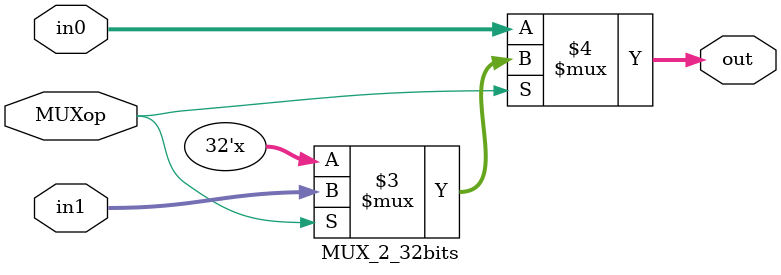
<source format=v>
`timescale 1ns / 1ps
module MUX_4_5bits(
    input [2:0] MUXop,
    input [4:0] in0,
    input [4:0] in1,
    input [4:0] in2,
    input [4:0] in3,
    output [4:0] out
    );
	
	assign out = (MUXop == 3'b000) ? in0 :
					 (MUXop == 3'b001) ? in1 :
					 (MUXop == 3'b010) ? in2 :
					 (MUXop == 3'b011) ? in3 :
					 5'bzzzzz;		//when extending, remember to add inputs to the ports of this module
endmodule

module MUX_4_32bits(
    input [2:0] MUXop,
    input [31:0] in0,
    input [31:0] in1,
    input [31:0] in2,
    input [31:0] in3,
    output [31:0] out
    );
	
	assign out = (MUXop == 3'b000) ? in0 :
					 (MUXop == 3'b001) ? in1 :
					 (MUXop == 3'b010) ? in2 :
					 (MUXop == 3'b011) ? in3 :
					 32'bz;		//when extending, remember to add inputs to the ports of this module
endmodule

module MUX_2_32bits(
    input MUXop,
    input [31:0] in0,
    input [31:0] in1,
    output [31:0] out
    );
	
	assign out = (MUXop == 1'b0) ? in0 :
					 (MUXop == 1'b1) ? in1 :
					 32'bz;		//when extending, remember to add inputs to the ports of this module
endmodule

</source>
